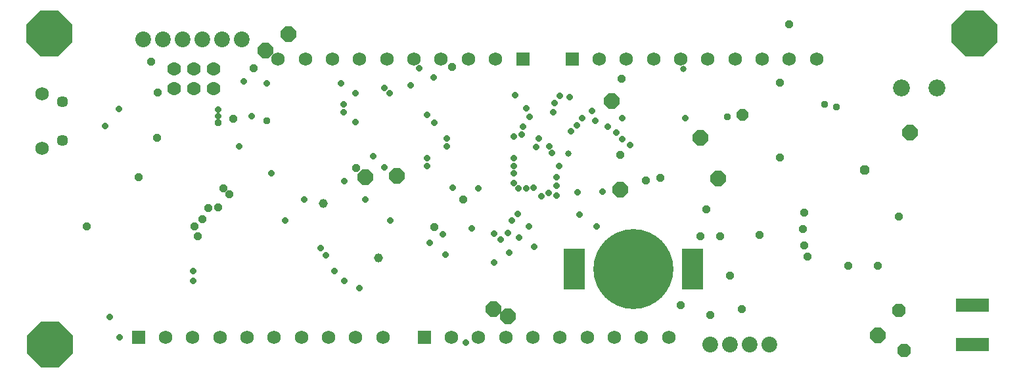
<source format=gbs>
G75*
%MOIN*%
%OFA0B0*%
%FSLAX25Y25*%
%IPPOS*%
%LPD*%
%AMOC8*
5,1,8,0,0,1.08239X$1,22.5*
%
%ADD10C,0.40591*%
%ADD11R,0.10591X0.20591*%
%ADD12C,0.06991*%
%ADD13C,0.07991*%
%ADD14R,0.06890X0.06890*%
%ADD15C,0.06890*%
%ADD16R,0.16591X0.06591*%
%ADD17C,0.08591*%
%ADD18C,0.05709*%
%ADD19C,0.04528*%
%ADD20OC8,0.04134*%
%ADD21OC8,0.03150*%
%ADD22OC8,0.07677*%
%ADD23OC8,0.06969*%
%ADD24OC8,0.03425*%
%ADD25OC8,0.05906*%
%ADD26OC8,0.23091*%
%ADD27OC8,0.04843*%
%ADD28C,0.03150*%
D10*
X0322869Y0058625D03*
D11*
X0292869Y0058625D03*
X0352869Y0058625D03*
D12*
X0109619Y0150500D03*
X0099619Y0150500D03*
X0089619Y0150500D03*
X0089619Y0160500D03*
X0099619Y0160500D03*
X0109619Y0160500D03*
D13*
X0114119Y0175500D03*
X0124119Y0175500D03*
X0104119Y0175500D03*
X0094119Y0175500D03*
X0084119Y0175500D03*
X0074119Y0175500D03*
X0361619Y0020500D03*
X0371619Y0020500D03*
X0381619Y0020500D03*
X0391619Y0020500D03*
D14*
X0216619Y0024000D03*
X0071619Y0024000D03*
X0266619Y0165500D03*
X0291619Y0165500D03*
D15*
X0305398Y0165500D03*
X0319178Y0165500D03*
X0332957Y0165500D03*
X0346737Y0165500D03*
X0360516Y0165500D03*
X0374296Y0165500D03*
X0388075Y0165500D03*
X0401855Y0165500D03*
X0415634Y0165500D03*
X0252839Y0165500D03*
X0239060Y0165500D03*
X0225280Y0165500D03*
X0211501Y0165500D03*
X0197721Y0165500D03*
X0183942Y0165500D03*
X0170162Y0165500D03*
X0156383Y0165500D03*
X0142603Y0165500D03*
X0022619Y0147780D03*
X0022619Y0120220D03*
X0085398Y0024000D03*
X0099178Y0024000D03*
X0112957Y0024000D03*
X0126737Y0024000D03*
X0140516Y0024000D03*
X0154296Y0024000D03*
X0168075Y0024000D03*
X0181855Y0024000D03*
X0195634Y0024000D03*
X0230398Y0024000D03*
X0244178Y0024000D03*
X0257957Y0024000D03*
X0271737Y0024000D03*
X0285516Y0024000D03*
X0299296Y0024000D03*
X0313075Y0024000D03*
X0326855Y0024000D03*
X0340634Y0024000D03*
D16*
X0494869Y0020500D03*
X0494869Y0040500D03*
D17*
X0476931Y0150813D03*
X0458931Y0150813D03*
D18*
X0033249Y0143843D03*
X0033249Y0124157D03*
D19*
X0165492Y0092212D03*
X0193331Y0064373D03*
D20*
X0221619Y0080000D03*
X0236556Y0093937D03*
X0182119Y0110000D03*
X0117869Y0096625D03*
X0114756Y0099816D03*
X0111994Y0090250D03*
X0107244Y0089875D03*
X0104119Y0084250D03*
X0100119Y0080500D03*
X0101619Y0075500D03*
X0045404Y0080559D03*
X0071619Y0105500D03*
X0081244Y0125500D03*
X0119869Y0135250D03*
X0081369Y0148438D03*
X0078119Y0164000D03*
X0130119Y0160625D03*
X0230758Y0161530D03*
X0316619Y0155419D03*
X0397119Y0153369D03*
X0401619Y0183000D03*
X0315994Y0116750D03*
X0336306Y0105187D03*
X0328994Y0103625D03*
X0359619Y0088937D03*
X0356619Y0075500D03*
X0366619Y0075500D03*
X0386619Y0076084D03*
X0408869Y0079000D03*
X0409306Y0070813D03*
X0411174Y0065056D03*
X0431619Y0060500D03*
X0446619Y0060500D03*
X0457495Y0085500D03*
X0409463Y0087500D03*
X0397119Y0115500D03*
X0371619Y0055500D03*
X0346619Y0040500D03*
X0361619Y0035500D03*
X0377869Y0038500D03*
X0315369Y0054875D03*
D21*
X0272406Y0069999D03*
X0259619Y0067000D03*
X0255494Y0073750D03*
X0264752Y0074627D03*
X0259119Y0077000D03*
X0252247Y0076817D03*
X0240619Y0079524D03*
X0226119Y0076500D03*
X0219436Y0072222D03*
X0227436Y0066155D03*
X0252119Y0062000D03*
X0269619Y0080500D03*
X0260962Y0083313D03*
X0264228Y0086625D03*
X0275975Y0095789D03*
X0279688Y0097419D03*
X0283761Y0095937D03*
X0294522Y0097687D03*
X0283830Y0101226D03*
X0283872Y0105500D03*
X0284994Y0110937D03*
X0281494Y0117625D03*
X0280147Y0121125D03*
X0273470Y0120914D03*
X0274619Y0125000D03*
X0266092Y0127000D03*
X0262119Y0126000D03*
X0266619Y0131000D03*
X0270119Y0136000D03*
X0268345Y0140552D03*
X0282089Y0138470D03*
X0282869Y0143000D03*
X0285369Y0146750D03*
X0290369Y0146125D03*
X0301619Y0139250D03*
X0303494Y0134250D03*
X0309744Y0131125D03*
X0314119Y0128000D03*
X0317244Y0124816D03*
X0320994Y0121750D03*
X0294119Y0131750D03*
X0296619Y0135500D03*
X0290994Y0128625D03*
X0317244Y0135500D03*
X0349195Y0135500D03*
X0262767Y0146961D03*
X0221536Y0156214D03*
X0209619Y0152000D03*
X0199119Y0148000D03*
X0196345Y0150774D03*
X0181619Y0148000D03*
X0175908Y0142278D03*
X0175908Y0138500D03*
X0181619Y0133500D03*
X0218223Y0137000D03*
X0221874Y0133245D03*
X0228119Y0125000D03*
X0228119Y0121000D03*
X0218119Y0115000D03*
X0218119Y0111000D03*
X0196576Y0110293D03*
X0190908Y0115994D03*
X0176202Y0103412D03*
X0186619Y0094000D03*
X0199442Y0083313D03*
X0164119Y0069500D03*
X0166927Y0065808D03*
X0171032Y0057758D03*
X0175954Y0052836D03*
X0183677Y0049058D03*
X0237619Y0021500D03*
X0099505Y0052614D03*
X0099505Y0057614D03*
X0057119Y0034500D03*
X0062119Y0024000D03*
X0146119Y0083457D03*
X0155619Y0094000D03*
X0139119Y0107500D03*
X0122619Y0121000D03*
X0129119Y0136500D03*
X0112119Y0136500D03*
X0112230Y0139911D03*
X0125119Y0154000D03*
X0136619Y0153000D03*
X0174408Y0153000D03*
X0214217Y0160598D03*
X0262119Y0115000D03*
X0262119Y0111222D03*
X0262119Y0107444D03*
X0262119Y0102285D03*
X0264545Y0099851D03*
X0268489Y0099851D03*
X0272267Y0099970D03*
X0244119Y0099851D03*
X0231119Y0100000D03*
X0295369Y0086437D03*
X0304122Y0080497D03*
X0307244Y0098000D03*
X0061619Y0140000D03*
X0054619Y0131500D03*
D22*
X0135994Y0169875D03*
X0147869Y0178000D03*
X0311619Y0144250D03*
X0356619Y0125500D03*
X0365869Y0104750D03*
X0315994Y0098937D03*
X0202619Y0106000D03*
X0186619Y0105500D03*
X0251869Y0038500D03*
X0259119Y0034750D03*
X0446619Y0025187D03*
X0463181Y0127997D03*
D23*
X0457495Y0037626D03*
X0460056Y0017375D03*
D24*
X0136654Y0134012D03*
X0112119Y0133000D03*
X0370369Y0136250D03*
X0419619Y0142500D03*
X0425619Y0141000D03*
D25*
X0378119Y0137000D03*
D26*
X0026619Y0020500D03*
X0026306Y0178312D03*
X0495681Y0178312D03*
D27*
X0440119Y0109000D03*
D28*
X0348119Y0160480D03*
X0289846Y0117281D03*
M02*

</source>
